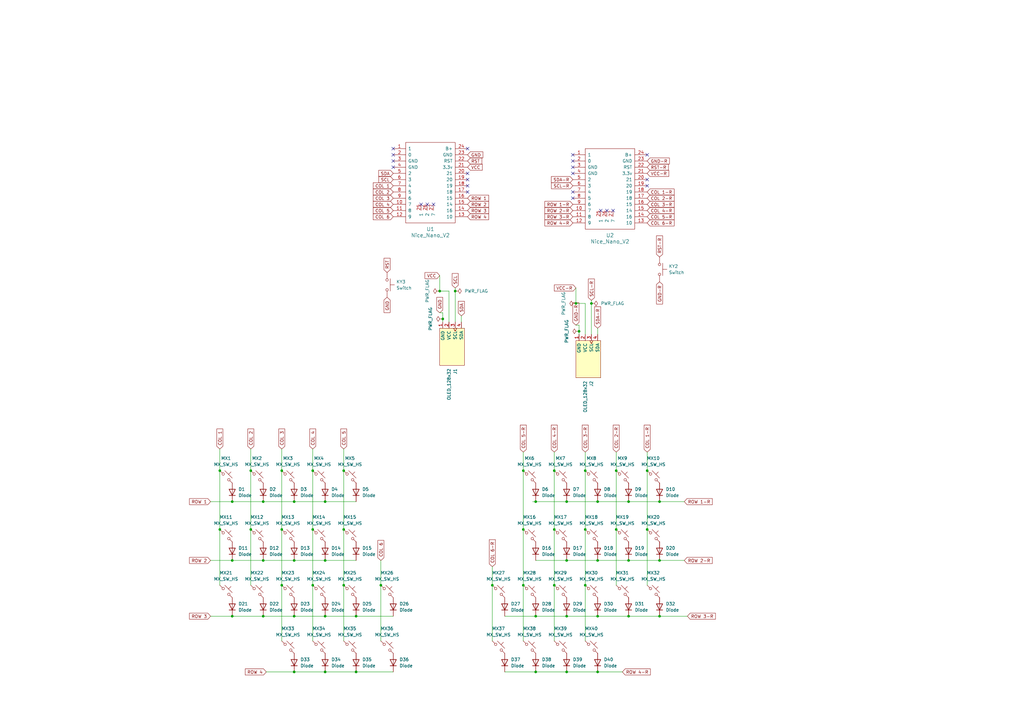
<source format=kicad_sch>
(kicad_sch (version 20250114) (generator "eeschema") (generator_version "9.0")
  (paper "A3")
  (junction (at 270.51 229.87))
  (junction (at 245.11 252.73))
  (junction (at 232.41 205.74))
  (junction (at 128.27 240.03))
  (junction (at 120.65 252.73))
  (junction (at 115.57 240.03))
  (junction (at 133.35 252.73))
  (junction (at 227.33 240.03))
  (junction (at 102.87 193.04))
  (junction (at 219.71 275.59))
  (junction (at 90.17 193.04))
  (junction (at 214.63 193.04))
  (junction (at 156.21 240.03))
  (junction (at 90.17 217.17))
  (junction (at 186.69 119.38))
  (junction (at 270.51 205.74))
  (junction (at 219.71 252.73))
  (junction (at 115.57 217.17))
  (junction (at 128.27 193.04))
  (junction (at 128.27 217.17))
  (junction (at 257.81 205.74))
  (junction (at 146.05 252.73))
  (junction (at 133.35 229.87))
  (junction (at 232.41 252.73))
  (junction (at 265.43 217.17))
  (junction (at 120.65 205.74))
  (junction (at 245.11 275.59))
  (junction (at 95.25 205.74))
  (junction (at 102.87 217.17))
  (junction (at 252.73 193.04))
  (junction (at 245.11 229.87))
  (junction (at 107.95 205.74))
  (junction (at 214.63 217.17))
  (junction (at 146.05 275.59))
  (junction (at 232.41 275.59))
  (junction (at 95.25 252.73))
  (junction (at 120.65 275.59))
  (junction (at 180.34 119.38))
  (junction (at 214.63 240.03))
  (junction (at 227.33 193.04))
  (junction (at 240.03 240.03))
  (junction (at 270.51 252.73))
  (junction (at 242.57 124.46))
  (junction (at 133.35 205.74))
  (junction (at 257.81 252.73))
  (junction (at 133.35 275.59))
  (junction (at 107.95 229.87))
  (junction (at 240.03 217.17))
  (junction (at 140.97 240.03))
  (junction (at 240.03 193.04))
  (junction (at 219.71 205.74))
  (junction (at 252.73 217.17))
  (junction (at 95.25 229.87))
  (junction (at 201.93 240.03))
  (junction (at 227.33 217.17))
  (junction (at 236.22 124.46))
  (junction (at 120.65 229.87))
  (junction (at 232.41 229.87))
  (junction (at 257.81 229.87))
  (junction (at 140.97 193.04))
  (junction (at 265.43 193.04))
  (junction (at 115.57 193.04))
  (junction (at 107.95 252.73))
  (junction (at 181.61 130.81))
  (junction (at 140.97 217.17))
  (junction (at 245.11 205.74))
  (junction (at 237.49 135.89))
  (no_connect (at 248.92 86.36))
  (no_connect (at 234.95 71.12))
  (no_connect (at 251.46 86.36))
  (no_connect (at 191.77 78.74))
  (no_connect (at 265.43 73.66))
  (no_connect (at 234.95 66.04))
  (no_connect (at 234.95 78.74))
  (no_connect (at 175.26 83.82))
  (no_connect (at 234.95 68.58))
  (no_connect (at 234.95 63.5))
  (no_connect (at 161.29 60.96))
  (no_connect (at 191.77 73.66))
  (no_connect (at 265.43 63.5))
  (no_connect (at 191.77 60.96))
  (no_connect (at 191.77 71.12))
  (no_connect (at 161.29 63.5))
  (no_connect (at 161.29 66.04))
  (no_connect (at 161.29 68.58))
  (no_connect (at 265.43 76.2))
  (no_connect (at 234.95 81.28))
  (no_connect (at 191.77 76.2))
  (no_connect (at 246.38 86.36))
  (no_connect (at 177.8 83.82))
  (no_connect (at 172.72 83.82))
  (wire (pts (xy 240.03 124.46) (xy 240.03 137.16)))
  (wire (pts (xy 133.35 252.73) (xy 146.05 252.73)))
  (wire (pts (xy 227.33 185.42) (xy 227.33 193.04)))
  (wire (pts (xy 232.41 275.59) (xy 245.11 275.59)))
  (wire (pts (xy 140.97 217.17) (xy 140.97 240.03)))
  (wire (pts (xy 128.27 184.15) (xy 128.27 193.04)))
  (wire (pts (xy 115.57 217.17) (xy 115.57 240.03)))
  (wire (pts (xy 180.34 119.38) (xy 180.34 113.03)))
  (wire (pts (xy 242.57 123.19) (xy 242.57 124.46)))
  (wire (pts (xy 252.73 217.17) (xy 252.73 240.03)))
  (wire (pts (xy 240.03 217.17) (xy 240.03 240.03)))
  (wire (pts (xy 214.63 185.42) (xy 214.63 193.04)))
  (wire (pts (xy 115.57 184.15) (xy 115.57 193.04)))
  (wire (pts (xy 90.17 193.04) (xy 90.17 217.17)))
  (wire (pts (xy 232.41 205.74) (xy 245.11 205.74)))
  (wire (pts (xy 236.22 124.46) (xy 236.22 118.11)))
  (wire (pts (xy 102.87 217.17) (xy 102.87 240.03)))
  (wire (pts (xy 237.49 135.89) (xy 237.49 137.16)))
  (wire (pts (xy 207.01 252.73) (xy 219.71 252.73)))
  (wire (pts (xy 120.65 252.73) (xy 133.35 252.73)))
  (wire (pts (xy 180.34 119.38) (xy 184.15 119.38)))
  (wire (pts (xy 181.61 128.27) (xy 181.61 130.81)))
  (wire (pts (xy 201.93 232.41) (xy 201.93 240.03)))
  (wire (pts (xy 86.36 205.74) (xy 95.25 205.74)))
  (wire (pts (xy 146.05 275.59) (xy 161.29 275.59)))
  (wire (pts (xy 120.65 275.59) (xy 133.35 275.59)))
  (wire (pts (xy 265.43 217.17) (xy 265.43 240.03)))
  (wire (pts (xy 128.27 193.04) (xy 128.27 217.17)))
  (wire (pts (xy 140.97 240.03) (xy 140.97 262.89)))
  (wire (pts (xy 184.15 119.38) (xy 184.15 132.08)))
  (wire (pts (xy 218.44 205.74) (xy 219.71 205.74)))
  (wire (pts (xy 86.36 229.87) (xy 95.25 229.87)))
  (wire (pts (xy 140.97 184.15) (xy 140.97 193.04)))
  (wire (pts (xy 237.49 133.35) (xy 237.49 135.89)))
  (wire (pts (xy 245.11 229.87) (xy 257.81 229.87)))
  (wire (pts (xy 207.01 275.59) (xy 219.71 275.59)))
  (wire (pts (xy 115.57 193.04) (xy 115.57 217.17)))
  (wire (pts (xy 90.17 184.15) (xy 90.17 193.04)))
  (wire (pts (xy 219.71 205.74) (xy 232.41 205.74)))
  (wire (pts (xy 257.81 252.73) (xy 270.51 252.73)))
  (wire (pts (xy 95.25 205.74) (xy 107.95 205.74)))
  (wire (pts (xy 245.11 275.59) (xy 255.27 275.59)))
  (wire (pts (xy 219.71 252.73) (xy 232.41 252.73)))
  (wire (pts (xy 156.21 229.87) (xy 156.21 240.03)))
  (wire (pts (xy 133.35 275.59) (xy 146.05 275.59)))
  (wire (pts (xy 236.22 133.35) (xy 237.49 133.35)))
  (wire (pts (xy 133.35 205.74) (xy 146.05 205.74)))
  (wire (pts (xy 227.33 217.17) (xy 227.33 240.03)))
  (wire (pts (xy 102.87 184.15) (xy 102.87 193.04)))
  (wire (pts (xy 236.22 124.46) (xy 240.03 124.46)))
  (wire (pts (xy 86.36 252.73) (xy 95.25 252.73)))
  (wire (pts (xy 128.27 217.17) (xy 128.27 240.03)))
  (wire (pts (xy 95.25 252.73) (xy 107.95 252.73)))
  (wire (pts (xy 90.17 217.17) (xy 90.17 240.03)))
  (wire (pts (xy 107.95 229.87) (xy 120.65 229.87)))
  (wire (pts (xy 102.87 193.04) (xy 102.87 217.17)))
  (wire (pts (xy 214.63 217.17) (xy 214.63 240.03)))
  (wire (pts (xy 120.65 229.87) (xy 133.35 229.87)))
  (wire (pts (xy 270.51 252.73) (xy 281.94 252.73)))
  (wire (pts (xy 245.11 205.74) (xy 257.81 205.74)))
  (wire (pts (xy 265.43 185.42) (xy 265.43 193.04)))
  (wire (pts (xy 107.95 252.73) (xy 120.65 252.73)))
  (wire (pts (xy 240.03 185.42) (xy 240.03 193.04)))
  (wire (pts (xy 115.57 240.03) (xy 115.57 262.89)))
  (wire (pts (xy 219.71 275.59) (xy 232.41 275.59)))
  (wire (pts (xy 146.05 252.73) (xy 161.29 252.73)))
  (wire (pts (xy 201.93 240.03) (xy 201.93 262.89)))
  (wire (pts (xy 180.34 128.27) (xy 181.61 128.27)))
  (wire (pts (xy 265.43 193.04) (xy 265.43 217.17)))
  (wire (pts (xy 240.03 240.03) (xy 240.03 262.89)))
  (wire (pts (xy 232.41 252.73) (xy 245.11 252.73)))
  (wire (pts (xy 128.27 240.03) (xy 128.27 262.89)))
  (wire (pts (xy 280.67 205.74) (xy 270.51 205.74)))
  (wire (pts (xy 189.23 129.54) (xy 189.23 132.08)))
  (wire (pts (xy 95.25 229.87) (xy 107.95 229.87)))
  (wire (pts (xy 227.33 240.03) (xy 227.33 262.89)))
  (wire (pts (xy 240.03 193.04) (xy 240.03 217.17)))
  (wire (pts (xy 245.11 252.73) (xy 257.81 252.73)))
  (wire (pts (xy 219.71 229.87) (xy 232.41 229.87)))
  (wire (pts (xy 186.69 119.38) (xy 186.69 132.08)))
  (wire (pts (xy 257.81 229.87) (xy 270.51 229.87)))
  (wire (pts (xy 214.63 193.04) (xy 214.63 217.17)))
  (wire (pts (xy 214.63 240.03) (xy 214.63 262.89)))
  (wire (pts (xy 120.65 205.74) (xy 133.35 205.74)))
  (wire (pts (xy 156.21 240.03) (xy 156.21 262.89)))
  (wire (pts (xy 107.95 205.74) (xy 120.65 205.74)))
  (wire (pts (xy 280.67 229.87) (xy 270.51 229.87)))
  (wire (pts (xy 252.73 193.04) (xy 252.73 217.17)))
  (wire (pts (xy 245.11 134.62) (xy 245.11 137.16)))
  (wire (pts (xy 252.73 185.42) (xy 252.73 193.04)))
  (wire (pts (xy 257.81 205.74) (xy 270.51 205.74)))
  (wire (pts (xy 109.22 275.59) (xy 120.65 275.59)))
  (wire (pts (xy 133.35 229.87) (xy 146.05 229.87)))
  (wire (pts (xy 227.33 193.04) (xy 227.33 217.17)))
  (wire (pts (xy 242.57 124.46) (xy 242.57 137.16)))
  (wire (pts (xy 232.41 229.87) (xy 245.11 229.87)))
  (wire (pts (xy 186.69 118.11) (xy 186.69 119.38)))
  (wire (pts (xy 181.61 130.81) (xy 181.61 132.08)))
  (wire (pts (xy 140.97 193.04) (xy 140.97 217.17)))
  (global_label "COL 4-R" (shape input) (at 265.43 86.36 0) (property "Intersheetrefs" "${INTERSHEET_REFS}" (effects (hide yes))))
  (global_label "ROW 1" (shape input) (at 191.77 81.28 0) (property "Intersheetrefs" "${INTERSHEET_REFS}" (effects (hide yes))))
  (global_label "RST" (shape input) (at 191.77 66.04 0) (property "Intersheetrefs" "${INTERSHEET_REFS}" (effects (hide yes))))
  (global_label "ROW 4-R" (shape input) (at 255.27 275.59 0) (property "Intersheetrefs" "${INTERSHEET_REFS}" (effects (hide yes))))
  (global_label "COL 3-R" (shape input) (at 265.43 83.82 0) (property "Intersheetrefs" "${INTERSHEET_REFS}" (effects (hide yes))))
  (global_label "COL 3" (shape input) (at 115.57 184.15 90) (property "Intersheetrefs" "${INTERSHEET_REFS}" (effects (hide yes))))
  (global_label "COL 2-R" (shape input) (at 252.73 185.42 90) (property "Intersheetrefs" "${INTERSHEET_REFS}" (effects (hide yes))))
  (global_label "SCL-R" (shape input) (at 234.95 76.2 180) (property "Intersheetrefs" "${INTERSHEET_REFS}" (effects (hide yes))))
  (global_label "ROW 1-R" (shape input) (at 280.67 205.74 0) (property "Intersheetrefs" "${INTERSHEET_REFS}" (effects (hide yes))))
  (global_label "ROW 2-R" (shape input) (at 234.95 86.36 180) (property "Intersheetrefs" "${INTERSHEET_REFS}" (effects (hide yes))))
  (global_label "ROW 1-R" (shape input) (at 234.95 83.82 180) (property "Intersheetrefs" "${INTERSHEET_REFS}" (effects (hide yes))))
  (global_label "COL 1-R" (shape input) (at 265.43 185.42 90) (property "Intersheetrefs" "${INTERSHEET_REFS}" (effects (hide yes))))
  (global_label "VCC-R" (shape input) (at 265.43 71.12 0) (property "Intersheetrefs" "${INTERSHEET_REFS}" (effects (hide yes))))
  (global_label "VCC" (shape input) (at 191.77 68.58 0) (property "Intersheetrefs" "${INTERSHEET_REFS}" (effects (hide yes))))
  (global_label "GND-R" (shape input) (at 270.51 115.57 270) (property "Intersheetrefs" "${INTERSHEET_REFS}" (effects (hide yes))))
  (global_label "COL 2-R" (shape input) (at 265.43 81.28 0) (property "Intersheetrefs" "${INTERSHEET_REFS}" (effects (hide yes))))
  (global_label "SCL-R" (shape input) (at 242.57 123.19 90) (property "Intersheetrefs" "${INTERSHEET_REFS}" (effects (hide yes))))
  (global_label "ROW 2" (shape input) (at 191.77 83.82 0) (property "Intersheetrefs" "${INTERSHEET_REFS}" (effects (hide yes))))
  (global_label "SDA" (shape input) (at 189.23 129.54 90) (property "Intersheetrefs" "${INTERSHEET_REFS}" (effects (hide yes))))
  (global_label "COL 6" (shape input) (at 161.29 88.9 180) (property "Intersheetrefs" "${INTERSHEET_REFS}" (effects (hide yes))))
  (global_label "COL 2" (shape input) (at 102.87 184.15 90) (property "Intersheetrefs" "${INTERSHEET_REFS}" (effects (hide yes))))
  (global_label "RST-R" (shape input) (at 265.43 68.58 0) (property "Intersheetrefs" "${INTERSHEET_REFS}" (effects (hide yes))))
  (global_label "ROW 3-R" (shape input) (at 234.95 88.9 180) (property "Intersheetrefs" "${INTERSHEET_REFS}" (effects (hide yes))))
  (global_label "COL 4-R" (shape input) (at 227.33 185.42 90) (property "Intersheetrefs" "${INTERSHEET_REFS}" (effects (hide yes))))
  (global_label "VCC" (shape input) (at 180.34 113.03 180) (property "Intersheetrefs" "${INTERSHEET_REFS}" (effects (hide yes))))
  (global_label "COL 6-R" (shape input) (at 265.43 91.44 0) (property "Intersheetrefs" "${INTERSHEET_REFS}" (effects (hide yes))))
  (global_label "COL 6" (shape input) (at 156.21 229.87 90) (property "Intersheetrefs" "${INTERSHEET_REFS}" (effects (hide yes))))
  (global_label "ROW 4" (shape input) (at 191.77 88.9 0) (property "Intersheetrefs" "${INTERSHEET_REFS}" (effects (hide yes))))
  (global_label "ROW 2-R" (shape input) (at 280.67 229.87 0) (property "Intersheetrefs" "${INTERSHEET_REFS}" (effects (hide yes))))
  (global_label "COL 2" (shape input) (at 161.29 78.74 180) (property "Intersheetrefs" "${INTERSHEET_REFS}" (effects (hide yes))))
  (global_label "GND" (shape input) (at 158.75 121.92 270) (property "Intersheetrefs" "${INTERSHEET_REFS}" (effects (hide yes))))
  (global_label "RST-R" (shape input) (at 270.51 105.41 90) (property "Intersheetrefs" "${INTERSHEET_REFS}" (effects (hide yes))))
  (global_label "ROW 1" (shape input) (at 86.36 205.74 180) (property "Intersheetrefs" "${INTERSHEET_REFS}" (effects (hide yes))))
  (global_label "COL 1-R" (shape input) (at 265.43 78.74 0) (property "Intersheetrefs" "${INTERSHEET_REFS}" (effects (hide yes))))
  (global_label "COL 5" (shape input) (at 140.97 184.15 90) (property "Intersheetrefs" "${INTERSHEET_REFS}" (effects (hide yes))))
  (global_label "ROW 4-R" (shape input) (at 234.95 91.44 180) (property "Intersheetrefs" "${INTERSHEET_REFS}" (effects (hide yes))))
  (global_label "COL 3" (shape input) (at 161.29 81.28 180) (property "Intersheetrefs" "${INTERSHEET_REFS}" (effects (hide yes))))
  (global_label "ROW 4" (shape input) (at 109.22 275.59 180) (property "Intersheetrefs" "${INTERSHEET_REFS}" (effects (hide yes))))
  (global_label "COL 1" (shape input) (at 161.29 76.2 180) (property "Intersheetrefs" "${INTERSHEET_REFS}" (effects (hide yes))))
  (global_label "SCL" (shape input) (at 186.69 118.11 90) (property "Intersheetrefs" "${INTERSHEET_REFS}" (effects (hide yes))))
  (global_label "SDA" (shape input) (at 161.29 71.12 180) (property "Intersheetrefs" "${INTERSHEET_REFS}" (effects (hide yes))))
  (global_label "ROW 2" (shape input) (at 86.36 229.87 180) (property "Intersheetrefs" "${INTERSHEET_REFS}" (effects (hide yes))))
  (global_label "RST" (shape input) (at 158.75 111.76 90) (property "Intersheetrefs" "${INTERSHEET_REFS}" (effects (hide yes))))
  (global_label "COL 1" (shape input) (at 90.17 184.15 90) (property "Intersheetrefs" "${INTERSHEET_REFS}" (effects (hide yes))))
  (global_label "COL 3-R" (shape input) (at 240.03 185.42 90) (property "Intersheetrefs" "${INTERSHEET_REFS}" (effects (hide yes))))
  (global_label "SCL" (shape input) (at 161.29 73.66 180) (property "Intersheetrefs" "${INTERSHEET_REFS}" (effects (hide yes))))
  (global_label "SDA-R" (shape input) (at 245.11 134.62 90) (property "Intersheetrefs" "${INTERSHEET_REFS}" (effects (hide yes))))
  (global_label "ROW 3" (shape input) (at 191.77 86.36 0) (property "Intersheetrefs" "${INTERSHEET_REFS}" (effects (hide yes))))
  (global_label "GND" (shape input) (at 191.77 63.5 0) (property "Intersheetrefs" "${INTERSHEET_REFS}" (effects (hide yes))))
  (global_label "COL 5-R" (shape input) (at 265.43 88.9 0) (property "Intersheetrefs" "${INTERSHEET_REFS}" (effects (hide yes))))
  (global_label "ROW 3" (shape input) (at 86.36 252.73 180) (property "Intersheetrefs" "${INTERSHEET_REFS}" (effects (hide yes))))
  (global_label "COL 4" (shape input) (at 128.27 184.15 90) (property "Intersheetrefs" "${INTERSHEET_REFS}" (effects (hide yes))))
  (global_label "COL 4" (shape input) (at 161.29 83.82 180) (property "Intersheetrefs" "${INTERSHEET_REFS}" (effects (hide yes))))
  (global_label "VCC-R" (shape input) (at 236.22 118.11 180) (property "Intersheetrefs" "${INTERSHEET_REFS}" (effects (hide yes))))
  (global_label "GND-R" (shape input) (at 265.43 66.04 0) (property "Intersheetrefs" "${INTERSHEET_REFS}" (effects (hide yes))))
  (global_label "GND-R" (shape input) (at 236.22 133.35 90) (property "Intersheetrefs" "${INTERSHEET_REFS}" (effects (hide yes))))
  (global_label "GND" (shape input) (at 180.34 128.27 90) (property "Intersheetrefs" "${INTERSHEET_REFS}" (effects (hide yes))))
  (global_label "ROW 3-R" (shape input) (at 281.94 252.73 0) (property "Intersheetrefs" "${INTERSHEET_REFS}" (effects (hide yes))))
  (global_label "COL 5-R" (shape input) (at 214.63 185.42 90) (property "Intersheetrefs" "${INTERSHEET_REFS}" (effects (hide yes))))
  (global_label "COL 5" (shape input) (at 161.29 86.36 180) (property "Intersheetrefs" "${INTERSHEET_REFS}" (effects (hide yes))))
  (global_label "COL 6-R" (shape input) (at 201.93 232.41 90) (property "Intersheetrefs" "${INTERSHEET_REFS}" (effects (hide yes))))
  (global_label "SDA-R" (shape input) (at 234.95 73.66 180) (property "Intersheetrefs" "${INTERSHEET_REFS}" (effects (hide yes))))
  (symbol (lib_id "power:PWR_FLAG") (at 181.61 130.81 90) (unit 1)
    (property "Reference" "#FLG05" (effects (hide yes)))
    (property "Value" "PWR_FLAG" (at 176.53 130.81 0))
    (property "Description" "Special symbol for telling ERC where power comes from" (effects (hide yes)))
  )
  (symbol (lib_id "ScottoKeebs:Placeholder_Diode") (at 133.35 201.93 90) (unit 1)
    (property "Reference" "D4" (at 135.89 200.6599 90) (effects (justify right)))
    (property "Value" "Diode" (at 135.89 203.1999 90) (effects (justify right)))
    (property "Description" "1N4148 (DO-35) or 1N4148W (SOD-123)" (effects (hide yes)))
    (property "Sim.Device" "D" (effects (hide yes)))
    (property "Sim.Pins" "1=K 2=A" (effects (hide yes)))
  )
  (symbol (lib_id "ScottoKeebs:Placeholder_Diode") (at 245.11 201.93 90) (unit 1)
    (property "Reference" "D8" (at 247.65 200.6599 90) (effects (justify right)))
    (property "Value" "Diode" (at 247.65 203.1999 90) (effects (justify right)))
    (property "Description" "1N4148 (DO-35) or 1N4148W (SOD-123)" (effects (hide yes)))
    (property "Sim.Device" "D" (effects (hide yes)))
    (property "Sim.Pins" "1=K 2=A" (effects (hide yes)))
  )
  (symbol (lib_id "power:PWR_FLAG") (at 180.34 119.38 90) (unit 1)
    (property "Reference" "#FLG01" (effects (hide yes)))
    (property "Value" "PWR_FLAG" (at 175.26 119.38 0))
    (property "Description" "Special symbol for telling ERC where power comes from" (effects (hide yes)))
  )
  (symbol (lib_id "PCM_marbastlib-mx:MX_SW_HS_CPG151101S11") (at 217.17 195.58 0) (unit 1)
    (property "Reference" "MX6" (at 217.17 187.96 0))
    (property "Value" "MX_SW_HS" (at 217.17 190.5 0))
    (property "Footprint" "PCM_marbastlib-mx:SW_MX_HS_CPG151101S11_1u" (effects (hide yes)))
    (property "Description" "Push button switch, normally open, two pins, 45° tilted, Kailh CPG151101S11 for Cherry MX style switches" (effects (hide yes)))
  )
  (symbol (lib_id "PCM_marbastlib-mx:MX_SW_HS_CPG151101S11") (at 105.41 195.58 0) (unit 1)
    (property "Reference" "MX2" (at 105.41 187.96 0))
    (property "Value" "MX_SW_HS" (at 105.41 190.5 0))
    (property "Footprint" "PCM_marbastlib-mx:SW_MX_HS_CPG151101S11_1u" (effects (hide yes)))
    (property "Description" "Push button switch, normally open, two pins, 45° tilted, Kailh CPG151101S11 for Cherry MX style switches" (effects (hide yes)))
  )
  (symbol (lib_id "PCM_marbastlib-mx:MX_SW_HS_CPG151101S11") (at 143.51 265.43 0) (unit 1)
    (property "Reference" "MX35" (at 143.51 257.81 0))
    (property "Value" "MX_SW_HS" (at 143.51 260.35 0))
    (property "Footprint" "PCM_marbastlib-mx:SW_MX_HS_CPG151101S11_1u" (effects (hide yes)))
    (property "Description" "Push button switch, normally open, two pins, 45° tilted, Kailh CPG151101S11 for Cherry MX style switches" (effects (hide yes)))
  )
  (symbol (lib_id "ScottoKeebs:Placeholder_Diode") (at 120.65 201.93 90) (unit 1)
    (property "Reference" "D3" (at 123.19 200.6599 90) (effects (justify right)))
    (property "Value" "Diode" (at 123.19 203.1999 90) (effects (justify right)))
    (property "Description" "1N4148 (DO-35) or 1N4148W (SOD-123)" (effects (hide yes)))
    (property "Sim.Device" "D" (effects (hide yes)))
    (property "Sim.Pins" "1=K 2=A" (effects (hide yes)))
  )
  (symbol (lib_id "PCM_marbastlib-mx:MX_SW_HS_CPG151101S11") (at 242.57 219.71 0) (unit 1)
    (property "Reference" "MX18" (at 242.57 212.09 0))
    (property "Value" "MX_SW_HS" (at 242.57 214.63 0))
    (property "Footprint" "PCM_marbastlib-mx:SW_MX_HS_CPG151101S11_1u" (effects (hide yes)))
    (property "Description" "Push button switch, normally open, two pins, 45° tilted, Kailh CPG151101S11 for Cherry MX style switches" (effects (hide yes)))
  )
  (symbol (lib_id "PCM_marbastlib-mx:MX_SW_HS_CPG151101S11") (at 229.87 219.71 0) (unit 1)
    (property "Reference" "MX17" (at 229.87 212.09 0))
    (property "Value" "MX_SW_HS" (at 229.87 214.63 0))
    (property "Footprint" "PCM_marbastlib-mx:SW_MX_HS_CPG151101S11_1u" (effects (hide yes)))
    (property "Description" "Push button switch, normally open, two pins, 45° tilted, Kailh CPG151101S11 for Cherry MX style switches" (effects (hide yes)))
  )
  (symbol (lib_id "PCM_marbastlib-mx:MX_SW_HS_CPG151101S11") (at 267.97 219.71 0) (unit 1)
    (property "Reference" "MX20" (at 267.97 212.09 0))
    (property "Value" "MX_SW_HS" (at 267.97 214.63 0))
    (property "Footprint" "PCM_marbastlib-mx:SW_MX_HS_CPG151101S11_1u" (effects (hide yes)))
    (property "Description" "Push button switch, normally open, two pins, 45° tilted, Kailh CPG151101S11 for Cherry MX style switches" (effects (hide yes)))
  )
  (symbol (lib_id "ScottoKeebs:Placeholder_Diode") (at 232.41 248.92 90) (unit 1)
    (property "Reference" "D29" (at 234.95 247.6499 90) (effects (justify right)))
    (property "Value" "Diode" (at 234.95 250.1899 90) (effects (justify right)))
    (property "Description" "1N4148 (DO-35) or 1N4148W (SOD-123)" (effects (hide yes)))
    (property "Sim.Device" "D" (effects (hide yes)))
    (property "Sim.Pins" "1=K 2=A" (effects (hide yes)))
  )
  (symbol (lib_id "PCM_marbastlib-mx:MX_SW_HS_CPG151101S11") (at 92.71 242.57 0) (unit 1)
    (property "Reference" "MX21" (at 92.71 234.95 0))
    (property "Value" "MX_SW_HS" (at 92.71 237.49 0))
    (property "Footprint" "PCM_marbastlib-mx:SW_MX_HS_CPG151101S11_1u" (effects (hide yes)))
    (property "Description" "Push button switch, normally open, two pins, 45° tilted, Kailh CPG151101S11 for Cherry MX style switches" (effects (hide yes)))
  )
  (symbol (lib_id "ScottoKeebs:Placeholder_Switch") (at 270.51 110.49 270) (mirror x) (unit 1)
    (property "Reference" "KY2" (at 274.32 109.2199 90) (effects (justify left)))
    (property "Value" "Switch" (at 274.32 111.7599 90) (effects (justify left)))
    (property "Footprint" "Button_Switch_SMD:SW_Push_1P1T_NO_Vertical_Wuerth_434133025816" (effects (hide yes)))
    (property "Description" "Push button switch, generic, two pins" (effects (hide yes)))
  )
  (symbol (lib_id "PCM_marbastlib-mx:MX_SW_HS_CPG151101S11") (at 130.81 242.57 0) (unit 1)
    (property "Reference" "MX24" (at 130.81 234.95 0))
    (property "Value" "MX_SW_HS" (at 130.81 237.49 0))
    (property "Footprint" "PCM_marbastlib-mx:SW_MX_HS_CPG151101S11_1u" (effects (hide yes)))
    (property "Description" "Push button switch, normally open, two pins, 45° tilted, Kailh CPG151101S11 for Cherry MX style switches" (effects (hide yes)))
  )
  (symbol (lib_id "PCM_marbastlib-mx:MX_SW_HS_CPG151101S11") (at 118.11 219.71 0) (unit 1)
    (property "Reference" "MX13" (at 118.11 212.09 0))
    (property "Value" "MX_SW_HS" (at 118.11 214.63 0))
    (property "Footprint" "PCM_marbastlib-mx:SW_MX_HS_CPG151101S11_1u" (effects (hide yes)))
    (property "Description" "Push button switch, normally open, two pins, 45° tilted, Kailh CPG151101S11 for Cherry MX style switches" (effects (hide yes)))
  )
  (symbol (lib_id "ScottoKeebs:MCU_Nice_Nano_V2") (at 176.53 74.93 0) (unit 1)
    (property "Reference" "U1" (at 176.53 93.98 0) (effects (font (size 1.524 1.524))))
    (property "Value" "Nice_Nano_V2" (at 176.53 96.52 0) (effects (font (size 1.524 1.524))))
    (property "Footprint" "ScottoKeebs_MCU:Nice_Nano_V2" (effects (hide yes)))
  )
  (symbol (lib_id "ScottoKeebs:Placeholder_Diode") (at 219.71 271.78 90) (unit 1)
    (property "Reference" "D38" (at 222.25 270.5099 90) (effects (justify right)))
    (property "Value" "Diode" (at 222.25 273.0499 90) (effects (justify right)))
    (property "Description" "1N4148 (DO-35) or 1N4148W (SOD-123)" (effects (hide yes)))
    (property "Sim.Device" "D" (effects (hide yes)))
    (property "Sim.Pins" "1=K 2=A" (effects (hide yes)))
  )
  (symbol (lib_id "PCM_marbastlib-mx:MX_SW_HS_CPG151101S11") (at 217.17 265.43 0) (unit 1)
    (property "Reference" "MX38" (at 217.17 257.81 0))
    (property "Value" "MX_SW_HS" (at 217.17 260.35 0))
    (property "Footprint" "PCM_marbastlib-mx:SW_MX_HS_CPG151101S11_1u" (effects (hide yes)))
    (property "Description" "Push button switch, normally open, two pins, 45° tilted, Kailh CPG151101S11 for Cherry MX style switches" (effects (hide yes)))
  )
  (symbol (lib_id "PCM_marbastlib-mx:MX_SW_HS_CPG151101S11") (at 229.87 195.58 0) (unit 1)
    (property "Reference" "MX7" (at 229.87 187.96 0))
    (property "Value" "MX_SW_HS" (at 229.87 190.5 0))
    (property "Footprint" "PCM_marbastlib-mx:SW_MX_HS_CPG151101S11_1u" (effects (hide yes)))
    (property "Description" "Push button switch, normally open, two pins, 45° tilted, Kailh CPG151101S11 for Cherry MX style switches" (effects (hide yes)))
  )
  (symbol (lib_id "ScottoKeebs:Placeholder_Diode") (at 257.81 201.93 90) (unit 1)
    (property "Reference" "D9" (at 260.35 200.6599 90) (effects (justify right)))
    (property "Value" "Diode" (at 260.35 203.1999 90) (effects (justify right)))
    (property "Description" "1N4148 (DO-35) or 1N4148W (SOD-123)" (effects (hide yes)))
    (property "Sim.Device" "D" (effects (hide yes)))
    (property "Sim.Pins" "1=K 2=A" (effects (hide yes)))
  )
  (symbol (lib_id "PCM_marbastlib-mx:MX_SW_HS_CPG151101S11") (at 217.17 242.57 0) (unit 1)
    (property "Reference" "MX28" (at 217.17 234.95 0))
    (property "Value" "MX_SW_HS" (at 217.17 237.49 0))
    (property "Footprint" "PCM_marbastlib-mx:SW_MX_HS_CPG151101S11_1u" (effects (hide yes)))
    (property "Description" "Push button switch, normally open, two pins, 45° tilted, Kailh CPG151101S11 for Cherry MX style switches" (effects (hide yes)))
  )
  (symbol (lib_id "PCM_marbastlib-mx:MX_SW_HS_CPG151101S11") (at 143.51 219.71 0) (unit 1)
    (property "Reference" "MX15" (at 143.51 212.09 0))
    (property "Value" "MX_SW_HS" (at 143.51 214.63 0))
    (property "Footprint" "PCM_marbastlib-mx:SW_MX_HS_CPG151101S11_1u" (effects (hide yes)))
    (property "Description" "Push button switch, normally open, two pins, 45° tilted, Kailh CPG151101S11 for Cherry MX style switches" (effects (hide yes)))
  )
  (symbol (lib_id "power:PWR_FLAG") (at 186.69 119.38 270) (unit 1)
    (property "Reference" "#FLG02" (effects (hide yes)))
    (property "Value" "PWR_FLAG" (at 190.5 119.3799 90) (effects (justify left)))
    (property "Description" "Special symbol for telling ERC where power comes from" (effects (hide yes)))
  )
  (symbol (lib_id "ScottoKeebs:Placeholder_Diode") (at 107.95 248.92 90) (unit 1)
    (property "Reference" "D22" (at 110.49 247.6499 90) (effects (justify right)))
    (property "Value" "Diode" (at 110.49 250.1899 90) (effects (justify right)))
    (property "Description" "1N4148 (DO-35) or 1N4148W (SOD-123)" (effects (hide yes)))
    (property "Sim.Device" "D" (effects (hide yes)))
    (property "Sim.Pins" "1=K 2=A" (effects (hide yes)))
  )
  (symbol (lib_id "PCM_marbastlib-mx:MX_SW_HS_CPG151101S11") (at 255.27 219.71 0) (unit 1)
    (property "Reference" "MX19" (at 255.27 212.09 0))
    (property "Value" "MX_SW_HS" (at 255.27 214.63 0))
    (property "Footprint" "PCM_marbastlib-mx:SW_MX_HS_CPG151101S11_1u" (effects (hide yes)))
    (property "Description" "Push button switch, normally open, two pins, 45° tilted, Kailh CPG151101S11 for Cherry MX style switches" (effects (hide yes)))
  )
  (symbol (lib_id "ScottoKeebs:Placeholder_Diode") (at 146.05 226.06 90) (unit 1)
    (property "Reference" "D15" (at 148.59 224.7899 90) (effects (justify right)))
    (property "Value" "Diode" (at 148.59 227.3299 90) (effects (justify right)))
    (property "Description" "1N4148 (DO-35) or 1N4148W (SOD-123)" (effects (hide yes)))
    (property "Sim.Device" "D" (effects (hide yes)))
    (property "Sim.Pins" "1=K 2=A" (effects (hide yes)))
  )
  (symbol (lib_id "ScottoKeebs:Placeholder_Diode") (at 232.41 201.93 90) (unit 1)
    (property "Reference" "D7" (at 234.95 200.6599 90) (effects (justify right)))
    (property "Value" "Diode" (at 234.95 203.1999 90) (effects (justify right)))
    (property "Description" "1N4148 (DO-35) or 1N4148W (SOD-123)" (effects (hide yes)))
    (property "Sim.Device" "D" (effects (hide yes)))
    (property "Sim.Pins" "1=K 2=A" (effects (hide yes)))
  )
  (symbol (lib_id "PCM_marbastlib-mx:MX_SW_HS_CPG151101S11") (at 229.87 242.57 0) (unit 1)
    (property "Reference" "MX29" (at 229.87 234.95 0))
    (property "Value" "MX_SW_HS" (at 229.87 237.49 0))
    (property "Footprint" "PCM_marbastlib-mx:SW_MX_HS_CPG151101S11_1u" (effects (hide yes)))
    (property "Description" "Push button switch, normally open, two pins, 45° tilted, Kailh CPG151101S11 for Cherry MX style switches" (effects (hide yes)))
  )
  (symbol (lib_id "ScottoKeebs:Placeholder_Diode") (at 245.11 248.92 90) (unit 1)
    (property "Reference" "D30" (at 247.65 247.6499 90) (effects (justify right)))
    (property "Value" "Diode" (at 247.65 250.1899 90) (effects (justify right)))
    (property "Description" "1N4148 (DO-35) or 1N4148W (SOD-123)" (effects (hide yes)))
    (property "Sim.Device" "D" (effects (hide yes)))
    (property "Sim.Pins" "1=K 2=A" (effects (hide yes)))
  )
  (symbol (lib_id "PCM_marbastlib-mx:MX_SW_HS_CPG151101S11") (at 204.47 242.57 0) (unit 1)
    (property "Reference" "MX27" (at 204.47 234.95 0))
    (property "Value" "MX_SW_HS" (at 204.47 237.49 0))
    (property "Footprint" "PCM_marbastlib-mx:SW_MX_HS_CPG151101S11_1u" (effects (hide yes)))
    (property "Description" "Push button switch, normally open, two pins, 45° tilted, Kailh CPG151101S11 for Cherry MX style switches" (effects (hide yes)))
  )
  (symbol (lib_id "ScottoKeebs:Placeholder_Diode") (at 270.51 201.93 90) (unit 1)
    (property "Reference" "D10" (at 273.05 200.6599 90) (effects (justify right)))
    (property "Value" "Diode" (at 273.05 203.1999 90) (effects (justify right)))
    (property "Description" "1N4148 (DO-35) or 1N4148W (SOD-123)" (effects (hide yes)))
    (property "Sim.Device" "D" (effects (hide yes)))
    (property "Sim.Pins" "1=K 2=A" (effects (hide yes)))
  )
  (symbol (lib_id "PCM_marbastlib-mx:MX_SW_HS_CPG151101S11") (at 158.75 242.57 0) (unit 1)
    (property "Reference" "MX26" (at 158.75 234.95 0))
    (property "Value" "MX_SW_HS" (at 158.75 237.49 0))
    (property "Footprint" "PCM_marbastlib-mx:SW_MX_HS_CPG151101S11_1u" (effects (hide yes)))
    (property "Description" "Push button switch, normally open, two pins, 45° tilted, Kailh CPG151101S11 for Cherry MX style switches" (effects (hide yes)))
  )
  (symbol (lib_id "ScottoKeebs:Placeholder_Diode") (at 120.65 248.92 90) (unit 1)
    (property "Reference" "D23" (at 123.19 247.6499 90) (effects (justify right)))
    (property "Value" "Diode" (at 123.19 250.1899 90) (effects (justify right)))
    (property "Description" "1N4148 (DO-35) or 1N4148W (SOD-123)" (effects (hide yes)))
    (property "Sim.Device" "D" (effects (hide yes)))
    (property "Sim.Pins" "1=K 2=A" (effects (hide yes)))
  )
  (symbol (lib_id "power:PWR_FLAG") (at 237.49 135.89 90) (unit 1)
    (property "Reference" "#FLG06" (effects (hide yes)))
    (property "Value" "PWR_FLAG" (at 232.41 135.89 0))
    (property "Description" "Special symbol for telling ERC where power comes from" (effects (hide yes)))
  )
  (symbol (lib_id "PCM_marbastlib-mx:MX_SW_HS_CPG151101S11") (at 105.41 242.57 0) (unit 1)
    (property "Reference" "MX22" (at 105.41 234.95 0))
    (property "Value" "MX_SW_HS" (at 105.41 237.49 0))
    (property "Footprint" "PCM_marbastlib-mx:SW_MX_HS_CPG151101S11_1u" (effects (hide yes)))
    (property "Description" "Push button switch, normally open, two pins, 45° tilted, Kailh CPG151101S11 for Cherry MX style switches" (effects (hide yes)))
  )
  (symbol (lib_id "PCM_marbastlib-mx:MX_SW_HS_CPG151101S11") (at 118.11 195.58 0) (unit 1)
    (property "Reference" "MX3" (at 118.11 187.96 0))
    (property "Value" "MX_SW_HS" (at 118.11 190.5 0))
    (property "Footprint" "PCM_marbastlib-mx:SW_MX_HS_CPG151101S11_1u" (effects (hide yes)))
    (property "Description" "Push button switch, normally open, two pins, 45° tilted, Kailh CPG151101S11 for Cherry MX style switches" (effects (hide yes)))
  )
  (symbol (lib_id "ScottoKeebs:Placeholder_Diode") (at 232.41 271.78 90) (unit 1)
    (property "Reference" "D39" (at 234.95 270.5099 90) (effects (justify right)))
    (property "Value" "Diode" (at 234.95 273.0499 90) (effects (justify right)))
    (property "Description" "1N4148 (DO-35) or 1N4148W (SOD-123)" (effects (hide yes)))
    (property "Sim.Device" "D" (effects (hide yes)))
    (property "Sim.Pins" "1=K 2=A" (effects (hide yes)))
  )
  (symbol (lib_id "PCM_marbastlib-mx:MX_SW_HS_CPG151101S11") (at 130.81 265.43 0) (unit 1)
    (property "Reference" "MX34" (at 130.81 257.81 0))
    (property "Value" "MX_SW_HS" (at 130.81 260.35 0))
    (property "Footprint" "PCM_marbastlib-mx:SW_MX_HS_CPG151101S11_1u" (effects (hide yes)))
    (property "Description" "Push button switch, normally open, two pins, 45° tilted, Kailh CPG151101S11 for Cherry MX style switches" (effects (hide yes)))
  )
  (symbol (lib_id "PCM_marbastlib-mx:MX_SW_HS_CPG151101S11") (at 92.71 219.71 0) (unit 1)
    (property "Reference" "MX11" (at 92.71 212.09 0))
    (property "Value" "MX_SW_HS" (at 92.71 214.63 0))
    (property "Footprint" "PCM_marbastlib-mx:SW_MX_HS_CPG151101S11_1u" (effects (hide yes)))
    (property "Description" "Push button switch, normally open, two pins, 45° tilted, Kailh CPG151101S11 for Cherry MX style switches" (effects (hide yes)))
  )
  (symbol (lib_id "ScottoKeebs:Placeholder_Diode") (at 133.35 248.92 90) (unit 1)
    (property "Reference" "D24" (at 135.89 247.6499 90) (effects (justify right)))
    (property "Value" "Diode" (at 135.89 250.1899 90) (effects (justify right)))
    (property "Description" "1N4148 (DO-35) or 1N4148W (SOD-123)" (effects (hide yes)))
    (property "Sim.Device" "D" (effects (hide yes)))
    (property "Sim.Pins" "1=K 2=A" (effects (hide yes)))
  )
  (symbol (lib_id "ScottoKeebs:OLED_128x32") (at 241.3 139.7 270) (unit 1)
    (property "Reference" "J2" (at 242.5701 156.21 0) (effects (justify left)))
    (property "Value" "OLED_128x32" (at 240.0301 156.21 0) (effects (justify left)))
    (property "Footprint" "ScottoKeebs_Components:OLED_128x32" (effects (hide yes)))
  )
  (symbol (lib_id "ScottoKeebs:Placeholder_Diode") (at 133.35 226.06 90) (unit 1)
    (property "Reference" "D14" (at 135.89 224.7899 90) (effects (justify right)))
    (property "Value" "Diode" (at 135.89 227.3299 90) (effects (justify right)))
    (property "Description" "1N4148 (DO-35) or 1N4148W (SOD-123)" (effects (hide yes)))
    (property "Sim.Device" "D" (effects (hide yes)))
    (property "Sim.Pins" "1=K 2=A" (effects (hide yes)))
  )
  (symbol (lib_id "PCM_marbastlib-mx:MX_SW_HS_CPG151101S11") (at 255.27 242.57 0) (unit 1)
    (property "Reference" "MX31" (at 255.27 234.95 0))
    (property "Value" "MX_SW_HS" (at 255.27 237.49 0))
    (property "Footprint" "PCM_marbastlib-mx:SW_MX_HS_CPG151101S11_1u" (effects (hide yes)))
    (property "Description" "Push button switch, normally open, two pins, 45° tilted, Kailh CPG151101S11 for Cherry MX style switches" (effects (hide yes)))
  )
  (symbol (lib_id "ScottoKeebs:Placeholder_Diode") (at 146.05 201.93 90) (unit 1)
    (property "Reference" "D5" (at 148.59 200.6599 90) (effects (justify right)))
    (property "Value" "Diode" (at 148.59 203.1999 90) (effects (justify right)))
    (property "Description" "1N4148 (DO-35) or 1N4148W (SOD-123)" (effects (hide yes)))
    (property "Sim.Device" "D" (effects (hide yes)))
    (property "Sim.Pins" "1=K 2=A" (effects (hide yes)))
  )
  (symbol (lib_id "PCM_marbastlib-mx:MX_SW_HS_CPG151101S11") (at 217.17 219.71 0) (unit 1)
    (property "Reference" "MX16" (at 217.17 212.09 0))
    (property "Value" "MX_SW_HS" (at 217.17 214.63 0))
    (property "Footprint" "PCM_marbastlib-mx:SW_MX_HS_CPG151101S11_1u" (effects (hide yes)))
    (property "Description" "Push button switch, normally open, two pins, 45° tilted, Kailh CPG151101S11 for Cherry MX style switches" (effects (hide yes)))
  )
  (symbol (lib_id "ScottoKeebs:Placeholder_Diode") (at 270.51 226.06 90) (unit 1)
    (property "Reference" "D20" (at 273.05 224.7899 90) (effects (justify right)))
    (property "Value" "Diode" (at 273.05 227.3299 90) (effects (justify right)))
    (property "Description" "1N4148 (DO-35) or 1N4148W (SOD-123)" (effects (hide yes)))
    (property "Sim.Device" "D" (effects (hide yes)))
    (property "Sim.Pins" "1=K 2=A" (effects (hide yes)))
  )
  (symbol (lib_id "PCM_marbastlib-mx:MX_SW_HS_CPG151101S11") (at 255.27 195.58 0) (unit 1)
    (property "Reference" "MX9" (at 255.27 187.96 0))
    (property "Value" "MX_SW_HS" (at 255.27 190.5 0))
    (property "Footprint" "PCM_marbastlib-mx:SW_MX_HS_CPG151101S11_1u" (effects (hide yes)))
    (property "Description" "Push button switch, normally open, two pins, 45° tilted, Kailh CPG151101S11 for Cherry MX style switches" (effects (hide yes)))
  )
  (symbol (lib_id "ScottoKeebs:Placeholder_Diode") (at 95.25 248.92 90) (unit 1)
    (property "Reference" "D21" (at 97.79 247.6499 90) (effects (justify right)))
    (property "Value" "Diode" (at 97.79 250.1899 90) (effects (justify right)))
    (property "Description" "1N4148 (DO-35) or 1N4148W (SOD-123)" (effects (hide yes)))
    (property "Sim.Device" "D" (effects (hide yes)))
    (property "Sim.Pins" "1=K 2=A" (effects (hide yes)))
  )
  (symbol (lib_id "ScottoKeebs:Placeholder_Diode") (at 219.71 226.06 90) (unit 1)
    (property "Reference" "D16" (at 222.25 224.7899 90) (effects (justify right)))
    (property "Value" "Diode" (at 222.25 227.3299 90) (effects (justify right)))
    (property "Description" "1N4148 (DO-35) or 1N4148W (SOD-123)" (effects (hide yes)))
    (property "Sim.Device" "D" (effects (hide yes)))
    (property "Sim.Pins" "1=K 2=A" (effects (hide yes)))
  )
  (symbol (lib_id "PCM_marbastlib-mx:MX_SW_HS_CPG151101S11") (at 92.71 195.58 0) (unit 1)
    (property "Reference" "MX1" (at 92.71 187.96 0))
    (property "Value" "MX_SW_HS" (at 92.71 190.5 0))
    (property "Footprint" "PCM_marbastlib-mx:SW_MX_HS_CPG151101S11_1u" (effects (hide yes)))
    (property "Description" "Push button switch, normally open, two pins, 45° tilted, Kailh CPG151101S11 for Cherry MX style switches" (effects (hide yes)))
  )
  (symbol (lib_id "power:PWR_FLAG") (at 242.57 124.46 270) (unit 1)
    (property "Reference" "#FLG04" (effects (hide yes)))
    (property "Value" "PWR_FLAG" (at 246.38 124.4599 90) (effects (justify left)))
    (property "Description" "Special symbol for telling ERC where power comes from" (effects (hide yes)))
  )
  (symbol (lib_id "PCM_marbastlib-mx:MX_SW_HS_CPG151101S11") (at 229.87 265.43 0) (unit 1)
    (property "Reference" "MX39" (at 229.87 257.81 0))
    (property "Value" "MX_SW_HS" (at 229.87 260.35 0))
    (property "Footprint" "PCM_marbastlib-mx:SW_MX_HS_CPG151101S11_1u" (effects (hide yes)))
    (property "Description" "Push button switch, normally open, two pins, 45° tilted, Kailh CPG151101S11 for Cherry MX style switches" (effects (hide yes)))
  )
  (symbol (lib_id "ScottoKeebs:Placeholder_Diode") (at 95.25 226.06 90) (unit 1)
    (property "Reference" "D11" (at 97.79 224.7899 90) (effects (justify right)))
    (property "Value" "Diode" (at 97.79 227.3299 90) (effects (justify right)))
    (property "Description" "1N4148 (DO-35) or 1N4148W (SOD-123)" (effects (hide yes)))
    (property "Sim.Device" "D" (effects (hide yes)))
    (property "Sim.Pins" "1=K 2=A" (effects (hide yes)))
  )
  (symbol (lib_id "PCM_marbastlib-mx:MX_SW_HS_CPG151101S11") (at 267.97 195.58 0) (unit 1)
    (property "Reference" "MX10" (at 267.97 187.96 0))
    (property "Value" "MX_SW_HS" (at 267.97 190.5 0))
    (property "Footprint" "PCM_marbastlib-mx:SW_MX_HS_CPG151101S11_1u" (effects (hide yes)))
    (property "Description" "Push button switch, normally open, two pins, 45° tilted, Kailh CPG151101S11 for Cherry MX style switches" (effects (hide yes)))
  )
  (symbol (lib_id "ScottoKeebs:Placeholder_Diode") (at 120.65 226.06 90) (unit 1)
    (property "Reference" "D13" (at 123.19 224.7899 90) (effects (justify right)))
    (property "Value" "Diode" (at 123.19 227.3299 90) (effects (justify right)))
    (property "Description" "1N4148 (DO-35) or 1N4148W (SOD-123)" (effects (hide yes)))
    (property "Sim.Device" "D" (effects (hide yes)))
    (property "Sim.Pins" "1=K 2=A" (effects (hide yes)))
  )
  (symbol (lib_id "ScottoKeebs:Placeholder_Diode") (at 146.05 248.92 90) (unit 1)
    (property "Reference" "D25" (at 148.59 247.6499 90) (effects (justify right)))
    (property "Value" "Diode" (at 148.59 250.1899 90) (effects (justify right)))
    (property "Description" "1N4148 (DO-35) or 1N4148W (SOD-123)" (effects (hide yes)))
    (property "Sim.Device" "D" (effects (hide yes)))
    (property "Sim.Pins" "1=K 2=A" (effects (hide yes)))
  )
  (symbol (lib_id "power:PWR_FLAG") (at 236.22 124.46 90) (unit 1)
    (property "Reference" "#FLG03" (effects (hide yes)))
    (property "Value" "PWR_FLAG" (at 231.14 124.46 0))
    (property "Description" "Special symbol for telling ERC where power comes from" (effects (hide yes)))
  )
  (symbol (lib_id "PCM_marbastlib-mx:MX_SW_HS_CPG151101S11") (at 143.51 195.58 0) (unit 1)
    (property "Reference" "MX5" (at 143.51 187.96 0))
    (property "Value" "MX_SW_HS" (at 143.51 190.5 0))
    (property "Footprint" "PCM_marbastlib-mx:SW_MX_HS_CPG151101S11_1u" (effects (hide yes)))
    (property "Description" "Push button switch, normally open, two pins, 45° tilted, Kailh CPG151101S11 for Cherry MX style switches" (effects (hide yes)))
  )
  (symbol (lib_id "ScottoKeebs:Placeholder_Diode") (at 133.35 271.78 90) (unit 1)
    (property "Reference" "D34" (at 135.89 270.5099 90) (effects (justify right)))
    (property "Value" "Diode" (at 135.89 273.0499 90) (effects (justify right)))
    (property "Description" "1N4148 (DO-35) or 1N4148W (SOD-123)" (effects (hide yes)))
    (property "Sim.Device" "D" (effects (hide yes)))
    (property "Sim.Pins" "1=K 2=A" (effects (hide yes)))
  )
  (symbol (lib_id "PCM_marbastlib-mx:MX_SW_HS_CPG151101S11") (at 158.75 265.43 0) (unit 1)
    (property "Reference" "MX36" (at 158.75 257.81 0))
    (property "Value" "MX_SW_HS" (at 158.75 260.35 0))
    (property "Footprint" "PCM_marbastlib-mx:SW_MX_HS_CPG151101S11_1.25u" (effects (hide yes)))
    (property "Description" "Push button switch, normally open, two pins, 45° tilted, Kailh CPG151101S11 for Cherry MX style switches" (effects (hide yes)))
  )
  (symbol (lib_id "PCM_marbastlib-mx:MX_SW_HS_CPG151101S11") (at 242.57 265.43 0) (unit 1)
    (property "Reference" "MX40" (at 242.57 257.81 0))
    (property "Value" "MX_SW_HS" (at 242.57 260.35 0))
    (property "Footprint" "PCM_marbastlib-mx:SW_MX_HS_CPG151101S11_1u" (effects (hide yes)))
    (property "Description" "Push button switch, normally open, two pins, 45° tilted, Kailh CPG151101S11 for Cherry MX style switches" (effects (hide yes)))
  )
  (symbol (lib_id "ScottoKeebs:Placeholder_Diode") (at 232.41 226.06 90) (unit 1)
    (property "Reference" "D17" (at 234.95 224.7899 90) (effects (justify right)))
    (property "Value" "Diode" (at 234.95 227.3299 90) (effects (justify right)))
    (property "Description" "1N4148 (DO-35) or 1N4148W (SOD-123)" (effects (hide yes)))
    (property "Sim.Device" "D" (effects (hide yes)))
    (property "Sim.Pins" "1=K 2=A" (effects (hide yes)))
  )
  (symbol (lib_id "PCM_marbastlib-mx:MX_SW_HS_CPG151101S11") (at 130.81 219.71 0) (unit 1)
    (property "Reference" "MX14" (at 130.81 212.09 0))
    (property "Value" "MX_SW_HS" (at 130.81 214.63 0))
    (property "Footprint" "PCM_marbastlib-mx:SW_MX_HS_CPG151101S11_1u" (effects (hide yes)))
    (property "Description" "Push button switch, normally open, two pins, 45° tilted, Kailh CPG151101S11 for Cherry MX style switches" (effects (hide yes)))
  )
  (symbol (lib_id "ScottoKeebs:Placeholder_Diode") (at 257.81 226.06 90) (unit 1)
    (property "Reference" "D19" (at 260.35 224.7899 90) (effects (justify right)))
    (property "Value" "Diode" (at 260.35 227.3299 90) (effects (justify right)))
    (property "Description" "1N4148 (DO-35) or 1N4148W (SOD-123)" (effects (hide yes)))
    (property "Sim.Device" "D" (effects (hide yes)))
    (property "Sim.Pins" "1=K 2=A" (effects (hide yes)))
  )
  (symbol (lib_id "PCM_marbastlib-mx:MX_SW_HS_CPG151101S11") (at 130.81 195.58 0) (unit 1)
    (property "Reference" "MX4" (at 130.81 187.96 0))
    (property "Value" "MX_SW_HS" (at 130.81 190.5 0))
    (property "Footprint" "PCM_marbastlib-mx:SW_MX_HS_CPG151101S11_1u" (effects (hide yes)))
    (property "Description" "Push button switch, normally open, two pins, 45° tilted, Kailh CPG151101S11 for Cherry MX style switches" (effects (hide yes)))
  )
  (symbol (lib_id "PCM_marbastlib-mx:MX_SW_HS_CPG151101S11") (at 118.11 265.43 0) (unit 1)
    (property "Reference" "MX33" (at 118.11 257.81 0))
    (property "Value" "MX_SW_HS" (at 118.11 260.35 0))
    (property "Footprint" "PCM_marbastlib-mx:SW_MX_HS_CPG151101S11_1u" (effects (hide yes)))
    (property "Description" "Push button switch, normally open, two pins, 45° tilted, Kailh CPG151101S11 for Cherry MX style switches" (effects (hide yes)))
  )
  (symbol (lib_id "ScottoKeebs:Placeholder_Diode") (at 120.65 271.78 90) (unit 1)
    (property "Reference" "D33" (at 123.19 270.5099 90) (effects (justify right)))
    (property "Value" "Diode" (at 123.19 273.0499 90) (effects (justify right)))
    (property "Description" "1N4148 (DO-35) or 1N4148W (SOD-123)" (effects (hide yes)))
    (property "Sim.Device" "D" (effects (hide yes)))
    (property "Sim.Pins" "1=K 2=A" (effects (hide yes)))
  )
  (symbol (lib_id "PCM_marbastlib-mx:MX_SW_HS_CPG151101S11") (at 143.51 242.57 0) (unit 1)
    (property "Reference" "MX25" (at 143.51 234.95 0))
    (property "Value" "MX_SW_HS" (at 143.51 237.49 0))
    (property "Footprint" "PCM_marbastlib-mx:SW_MX_HS_CPG151101S11_1u" (effects (hide yes)))
    (property "Description" "Push button switch, normally open, two pins, 45° tilted, Kailh CPG151101S11 for Cherry MX style switches" (effects (hide yes)))
  )
  (symbol (lib_id "PCM_marbastlib-mx:MX_SW_HS_CPG151101S11") (at 242.57 242.57 0) (unit 1)
    (property "Reference" "MX30" (at 242.57 234.95 0))
    (property "Value" "MX_SW_HS" (at 242.57 237.49 0))
    (property "Footprint" "PCM_marbastlib-mx:SW_MX_HS_CPG151101S11_1u" (effects (hide yes)))
    (property "Description" "Push button switch, normally open, two pins, 45° tilted, Kailh CPG151101S11 for Cherry MX style switches" (effects (hide yes)))
  )
  (symbol (lib_id "ScottoKeebs:Placeholder_Diode") (at 207.01 248.92 90) (unit 1)
    (property "Reference" "D27" (at 209.55 247.6499 90) (effects (justify right)))
    (property "Value" "Diode" (at 209.55 250.1899 90) (effects (justify right)))
    (property "Description" "1N4148 (DO-35) or 1N4148W (SOD-123)" (effects (hide yes)))
    (property "Sim.Device" "D" (effects (hide yes)))
    (property "Sim.Pins" "1=K 2=A" (effects (hide yes)))
  )
  (symbol (lib_id "ScottoKeebs:Placeholder_Diode") (at 146.05 271.78 90) (unit 1)
    (property "Reference" "D35" (at 148.59 270.5099 90) (effects (justify right)))
    (property "Value" "Diode" (at 148.59 273.0499 90) (effects (justify right)))
    (property "Description" "1N4148 (DO-35) or 1N4148W (SOD-123)" (effects (hide yes)))
    (property "Sim.Device" "D" (effects (hide yes)))
    (property "Sim.Pins" "1=K 2=A" (effects (hide yes)))
  )
  (symbol (lib_id "ScottoKeebs:Placeholder_Diode") (at 107.95 226.06 90) (unit 1)
    (property "Reference" "D12" (at 110.49 224.7899 90) (effects (justify right)))
    (property "Value" "Diode" (at 110.49 227.3299 90) (effects (justify right)))
    (property "Description" "1N4148 (DO-35) or 1N4148W (SOD-123)" (effects (hide yes)))
    (property "Sim.Device" "D" (effects (hide yes)))
    (property "Sim.Pins" "1=K 2=A" (effects (hide yes)))
  )
  (symbol (lib_id "PCM_marbastlib-mx:MX_SW_HS_CPG151101S11") (at 267.97 242.57 0) (unit 1)
    (property "Reference" "MX32" (at 267.97 234.95 0))
    (property "Value" "MX_SW_HS" (at 267.97 237.49 0))
    (property "Footprint" "PCM_marbastlib-mx:SW_MX_HS_CPG151101S11_1u" (effects (hide yes)))
    (property "Description" "Push button switch, normally open, two pins, 45° tilted, Kailh CPG151101S11 for Cherry MX style switches" (effects (hide yes)))
  )
  (symbol (lib_id "ScottoKeebs:Placeholder_Diode") (at 245.11 226.06 90) (unit 1)
    (property "Reference" "D18" (at 247.65 224.7899 90) (effects (justify right)))
    (property "Value" "Diode" (at 247.65 227.3299 90) (effects (justify right)))
    (property "Description" "1N4148 (DO-35) or 1N4148W (SOD-123)" (effects (hide yes)))
    (property "Sim.Device" "D" (effects (hide yes)))
    (property "Sim.Pins" "1=K 2=A" (effects (hide yes)))
  )
  (symbol (lib_id "PCM_marbastlib-mx:MX_SW_HS_CPG151101S11") (at 242.57 195.58 0) (unit 1)
    (property "Reference" "MX8" (at 242.57 187.96 0))
    (property "Value" "MX_SW_HS" (at 242.57 190.5 0))
    (property "Footprint" "PCM_marbastlib-mx:SW_MX_HS_CPG151101S11_1u" (effects (hide yes)))
    (property "Description" "Push button switch, normally open, two pins, 45° tilted, Kailh CPG151101S11 for Cherry MX style switches" (effects (hide yes)))
  )
  (symbol (lib_id "ScottoKeebs:Placeholder_Diode") (at 245.11 271.78 90) (unit 1)
    (property "Reference" "D40" (at 247.65 270.5099 90) (effects (justify right)))
    (property "Value" "Diode" (at 247.65 273.0499 90) (effects (justify right)))
    (property "Description" "1N4148 (DO-35) or 1N4148W (SOD-123)" (effects (hide yes)))
    (property "Sim.Device" "D" (effects (hide yes)))
    (property "Sim.Pins" "1=K 2=A" (effects (hide yes)))
  )
  (symbol (lib_id "PCM_marbastlib-mx:MX_SW_HS_CPG151101S11") (at 105.41 219.71 0) (unit 1)
    (property "Reference" "MX12" (at 105.41 212.09 0))
    (property "Value" "MX_SW_HS" (at 105.41 214.63 0))
    (property "Footprint" "PCM_marbastlib-mx:SW_MX_HS_CPG151101S11_1u" (effects (hide yes)))
    (property "Description" "Push button switch, normally open, two pins, 45° tilted, Kailh CPG151101S11 for Cherry MX style switches" (effects (hide yes)))
  )
  (symbol (lib_id "ScottoKeebs:Placeholder_Diode") (at 161.29 248.92 90) (unit 1)
    (property "Reference" "D26" (at 163.83 247.6499 90) (effects (justify right)))
    (property "Value" "Diode" (at 163.83 250.1899 90) (effects (justify right)))
    (property "Description" "1N4148 (DO-35) or 1N4148W (SOD-123)" (effects (hide yes)))
    (property "Sim.Device" "D" (effects (hide yes)))
    (property "Sim.Pins" "1=K 2=A" (effects (hide yes)))
  )
  (symbol (lib_id "ScottoKeebs:Placeholder_Diode") (at 219.71 201.93 90) (unit 1)
    (property "Reference" "D6" (at 222.25 200.6599 90) (effects (justify right)))
    (property "Value" "Diode" (at 222.25 203.1999 90) (effects (justify right)))
    (property "Description" "1N4148 (DO-35) or 1N4148W (SOD-123)" (effects (hide yes)))
    (property "Sim.Device" "D" (effects (hide yes)))
    (property "Sim.Pins" "1=K 2=A" (effects (hide yes)))
  )
  (symbol (lib_id "ScottoKeebs:Placeholder_Diode") (at 257.81 248.92 90) (unit 1)
    (property "Reference" "D31" (at 260.35 247.6499 90) (effects (justify right)))
    (property "Value" "Diode" (at 260.35 250.1899 90) (effects (justify right)))
    (property "Description" "1N4148 (DO-35) or 1N4148W (SOD-123)" (effects (hide yes)))
    (property "Sim.Device" "D" (effects (hide yes)))
    (property "Sim.Pins" "1=K 2=A" (effects (hide yes)))
  )
  (symbol (lib_id "ScottoKeebs:Placeholder_Diode") (at 95.25 201.93 90) (unit 1)
    (property "Reference" "D1" (at 97.79 200.6599 90) (effects (justify right)))
    (property "Value" "Diode" (at 97.79 203.1999 90) (effects (justify right)))
    (property "Description" "1N4148 (DO-35) or 1N4148W (SOD-123)" (effects (hide yes)))
    (property "Sim.Device" "D" (effects (hide yes)))
    (property "Sim.Pins" "1=K 2=A" (effects (hide yes)))
  )
  (symbol (lib_id "ScottoKeebs:Placeholder_Switch") (at 158.75 116.84 270) (mirror x) (unit 1)
    (property "Reference" "KY3" (at 162.56 115.5699 90) (effects (justify left)))
    (property "Value" "Switch" (at 162.56 118.1099 90) (effects (justify left)))
    (property "Footprint" "Button_Switch_SMD:SW_Push_1P1T_NO_Vertical_Wuerth_434133025816" (effects (hide yes)))
    (property "Description" "Push button switch, generic, two pins" (effects (hide yes)))
  )
  (symbol (lib_id "PCM_marbastlib-mx:MX_SW_HS_CPG151101S11") (at 204.47 265.43 0) (unit 1)
    (property "Reference" "MX37" (at 204.47 257.81 0))
    (property "Value" "MX_SW_HS" (at 204.47 260.35 0))
    (property "Footprint" "PCM_marbastlib-mx:SW_MX_HS_CPG151101S11_1.25u" (effects (hide yes)))
    (property "Description" "Push button switch, normally open, two pins, 45° tilted, Kailh CPG151101S11 for Cherry MX style switches" (effects (hide yes)))
  )
  (symbol (lib_id "ScottoKeebs:Placeholder_Diode") (at 207.01 271.78 90) (unit 1)
    (property "Reference" "D37" (at 209.55 270.5099 90) (effects (justify right)))
    (property "Value" "Diode" (at 209.55 273.0499 90) (effects (justify right)))
    (property "Description" "1N4148 (DO-35) or 1N4148W (SOD-123)" (effects (hide yes)))
    (property "Sim.Device" "D" (effects (hide yes)))
    (property "Sim.Pins" "1=K 2=A" (effects (hide yes)))
  )
  (symbol (lib_id "ScottoKeebs:Placeholder_Diode") (at 161.29 271.78 90) (unit 1)
    (property "Reference" "D36" (at 163.83 270.5099 90) (effects (justify right)))
    (property "Value" "Diode" (at 163.83 273.0499 90) (effects (justify right)))
    (property "Description" "1N4148 (DO-35) or 1N4148W (SOD-123)" (effects (hide yes)))
    (property "Sim.Device" "D" (effects (hide yes)))
    (property "Sim.Pins" "1=K 2=A" (effects (hide yes)))
  )
  (symbol (lib_id "ScottoKeebs:Placeholder_Diode") (at 107.95 201.93 90) (unit 1)
    (property "Reference" "D2" (at 110.49 200.6599 90) (effects (justify right)))
    (property "Value" "Diode" (at 110.49 203.1999 90) (effects (justify right)))
    (property "Description" "1N4148 (DO-35) or 1N4148W (SOD-123)" (effects (hide yes)))
    (property "Sim.Device" "D" (effects (hide yes)))
    (property "Sim.Pins" "1=K 2=A" (effects (hide yes)))
  )
  (symbol (lib_id "ScottoKeebs:MCU_Nice_Nano_V2") (at 250.19 77.47 0) (unit 1)
    (property "Reference" "U2" (at 250.19 96.52 0) (effects (font (size 1.524 1.524))))
    (property "Value" "Nice_Nano_V2" (at 250.19 99.06 0) (effects (font (size 1.524 1.524))))
    (property "Footprint" "ScottoKeebs_MCU:Nice_Nano_V2" (effects (hide yes)))
  )
  (symbol (lib_id "ScottoKeebs:Placeholder_Diode") (at 219.71 248.92 90) (unit 1)
    (property "Reference" "D28" (at 222.25 247.6499 90) (effects (justify right)))
    (property "Value" "Diode" (at 222.25 250.1899 90) (effects (justify right)))
    (property "Description" "1N4148 (DO-35) or 1N4148W (SOD-123)" (effects (hide yes)))
    (property "Sim.Device" "D" (effects (hide yes)))
    (property "Sim.Pins" "1=K 2=A" (effects (hide yes)))
  )
  (symbol (lib_id "PCM_marbastlib-mx:MX_SW_HS_CPG151101S11") (at 118.11 242.57 0) (unit 1)
    (property "Reference" "MX23" (at 118.11 234.95 0))
    (property "Value" "MX_SW_HS" (at 118.11 237.49 0))
    (property "Footprint" "PCM_marbastlib-mx:SW_MX_HS_CPG151101S11_1u" (effects (hide yes)))
    (property "Description" "Push button switch, normally open, two pins, 45° tilted, Kailh CPG151101S11 for Cherry MX style switches" (effects (hide yes)))
  )
  (symbol (lib_id "ScottoKeebs:Placeholder_Diode") (at 270.51 248.92 90) (unit 1)
    (property "Reference" "D32" (at 273.05 247.6499 90) (effects (justify right)))
    (property "Value" "Diode" (at 273.05 250.1899 90) (effects (justify right)))
    (property "Description" "1N4148 (DO-35) or 1N4148W (SOD-123)" (effects (hide yes)))
    (property "Sim.Device" "D" (effects (hide yes)))
    (property "Sim.Pins" "1=K 2=A" (effects (hide yes)))
  )
  (symbol (lib_id "ScottoKeebs:OLED_128x32") (at 185.42 134.62 270) (unit 1)
    (property "Reference" "J1" (at 186.6901 151.13 0) (effects (justify left)))
    (property "Value" "OLED_128x32" (at 184.1501 151.13 0) (effects (justify left)))
    (property "Footprint" "ScottoKeebs_Components:OLED_128x32" (effects (hide yes)))
  )
)
</source>
